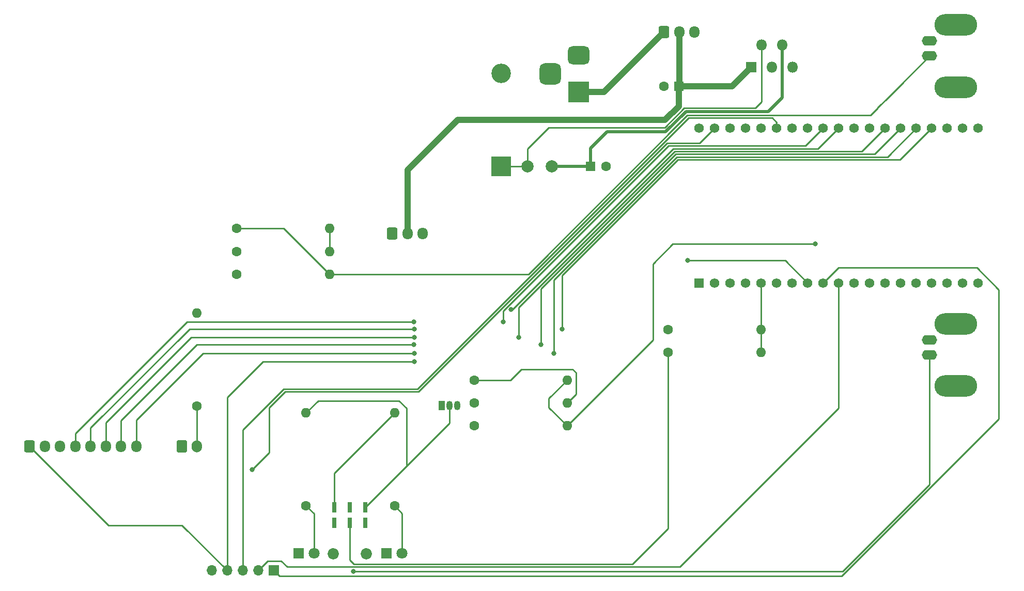
<source format=gbr>
%TF.GenerationSoftware,KiCad,Pcbnew,(6.0.4)*%
%TF.CreationDate,2024-02-20T18:27:15+01:00*%
%TF.ProjectId,OpenSpritzer2,4f70656e-5370-4726-9974-7a6572322e6b,rev?*%
%TF.SameCoordinates,Original*%
%TF.FileFunction,Copper,L1,Top*%
%TF.FilePolarity,Positive*%
%FSLAX46Y46*%
G04 Gerber Fmt 4.6, Leading zero omitted, Abs format (unit mm)*
G04 Created by KiCad (PCBNEW (6.0.4)) date 2024-02-20 18:27:15*
%MOMM*%
%LPD*%
G01*
G04 APERTURE LIST*
G04 Aperture macros list*
%AMRoundRect*
0 Rectangle with rounded corners*
0 $1 Rounding radius*
0 $2 $3 $4 $5 $6 $7 $8 $9 X,Y pos of 4 corners*
0 Add a 4 corners polygon primitive as box body*
4,1,4,$2,$3,$4,$5,$6,$7,$8,$9,$2,$3,0*
0 Add four circle primitives for the rounded corners*
1,1,$1+$1,$2,$3*
1,1,$1+$1,$4,$5*
1,1,$1+$1,$6,$7*
1,1,$1+$1,$8,$9*
0 Add four rect primitives between the rounded corners*
20,1,$1+$1,$2,$3,$4,$5,0*
20,1,$1+$1,$4,$5,$6,$7,0*
20,1,$1+$1,$6,$7,$8,$9,0*
20,1,$1+$1,$8,$9,$2,$3,0*%
G04 Aperture macros list end*
%TA.AperFunction,ComponentPad*%
%ADD10C,1.600000*%
%TD*%
%TA.AperFunction,ComponentPad*%
%ADD11O,1.600000X1.600000*%
%TD*%
%TA.AperFunction,ComponentPad*%
%ADD12O,1.050000X1.500000*%
%TD*%
%TA.AperFunction,ComponentPad*%
%ADD13R,1.050000X1.500000*%
%TD*%
%TA.AperFunction,ComponentPad*%
%ADD14RoundRect,0.250000X-0.600000X-0.725000X0.600000X-0.725000X0.600000X0.725000X-0.600000X0.725000X0*%
%TD*%
%TA.AperFunction,ComponentPad*%
%ADD15O,1.700000X1.950000*%
%TD*%
%TA.AperFunction,ComponentPad*%
%ADD16RoundRect,0.250000X-0.600000X-0.750000X0.600000X-0.750000X0.600000X0.750000X-0.600000X0.750000X0*%
%TD*%
%TA.AperFunction,ComponentPad*%
%ADD17O,1.700000X2.000000*%
%TD*%
%TA.AperFunction,ComponentPad*%
%ADD18R,1.700000X1.700000*%
%TD*%
%TA.AperFunction,ComponentPad*%
%ADD19O,1.700000X1.700000*%
%TD*%
%TA.AperFunction,ComponentPad*%
%ADD20R,1.800000X1.800000*%
%TD*%
%TA.AperFunction,ComponentPad*%
%ADD21C,1.800000*%
%TD*%
%TA.AperFunction,ComponentPad*%
%ADD22O,2.499360X1.600200*%
%TD*%
%TA.AperFunction,ComponentPad*%
%ADD23O,7.000240X3.500120*%
%TD*%
%TA.AperFunction,ComponentPad*%
%ADD24R,1.560000X1.560000*%
%TD*%
%TA.AperFunction,ComponentPad*%
%ADD25C,1.560000*%
%TD*%
%TA.AperFunction,ComponentPad*%
%ADD26O,1.800000X1.800000*%
%TD*%
%TA.AperFunction,ComponentPad*%
%ADD27C,2.000000*%
%TD*%
%TA.AperFunction,ComponentPad*%
%ADD28C,1.850000*%
%TD*%
%TA.AperFunction,ComponentPad*%
%ADD29R,0.750000X1.750000*%
%TD*%
%TA.AperFunction,ComponentPad*%
%ADD30R,3.200000X3.200000*%
%TD*%
%TA.AperFunction,ComponentPad*%
%ADD31O,3.200000X3.200000*%
%TD*%
%TA.AperFunction,ComponentPad*%
%ADD32R,1.600000X1.600000*%
%TD*%
%TA.AperFunction,ComponentPad*%
%ADD33R,3.500000X3.500000*%
%TD*%
%TA.AperFunction,ComponentPad*%
%ADD34RoundRect,0.750000X-1.000000X0.750000X-1.000000X-0.750000X1.000000X-0.750000X1.000000X0.750000X0*%
%TD*%
%TA.AperFunction,ComponentPad*%
%ADD35RoundRect,0.875000X-0.875000X0.875000X-0.875000X-0.875000X0.875000X-0.875000X0.875000X0.875000X0*%
%TD*%
%TA.AperFunction,ViaPad*%
%ADD36C,0.800000*%
%TD*%
%TA.AperFunction,Conductor*%
%ADD37C,0.250000*%
%TD*%
%TA.AperFunction,Conductor*%
%ADD38C,1.000000*%
%TD*%
%TA.AperFunction,Conductor*%
%ADD39C,0.500000*%
%TD*%
G04 APERTURE END LIST*
D10*
%TO.P,R11,1*%
%TO.N,Net-(J3-Pad1)*%
X53900000Y-36275000D03*
D11*
%TO.P,R11,2*%
%TO.N,TTL*%
X69140000Y-36275000D03*
%TD*%
D10*
%TO.P,R10,1*%
%TO.N,GNDREF*%
X53900000Y-40025000D03*
D11*
%TO.P,R10,2*%
%TO.N,TTL*%
X69140000Y-40025000D03*
%TD*%
D10*
%TO.P,R9,1*%
%TO.N,GNDREF*%
X53900000Y-43750000D03*
D11*
%TO.P,R9,2*%
%TO.N,Net-(J3-Pad1)*%
X69140000Y-43750000D03*
%TD*%
D10*
%TO.P,R8,1*%
%TO.N,GNDREF*%
X92850000Y-64875000D03*
D11*
%TO.P,R8,2*%
%TO.N,Net-(R6-Pad1)*%
X108090000Y-64875000D03*
%TD*%
D10*
%TO.P,R7,1*%
%TO.N,GNDREF*%
X92850000Y-68600000D03*
D11*
%TO.P,R7,2*%
%TO.N,TTL_Screen*%
X108090000Y-68600000D03*
%TD*%
D10*
%TO.P,R6,1*%
%TO.N,Net-(R6-Pad1)*%
X92850000Y-61125000D03*
D11*
%TO.P,R6,2*%
%TO.N,TTL_Screen*%
X108090000Y-61125000D03*
%TD*%
D10*
%TO.P,R5,1*%
%TO.N,Net-(D4-Pad2)*%
X47450000Y-65350000D03*
D11*
%TO.P,R5,2*%
%TO.N,SpritzLED*%
X47450000Y-50110000D03*
%TD*%
D10*
%TO.P,R4,1*%
%TO.N,GNDREF*%
X124650000Y-52825000D03*
D11*
%TO.P,R4,2*%
%TO.N,Pedal*%
X139890000Y-52825000D03*
%TD*%
D10*
%TO.P,R3,1*%
%TO.N,Net-(R3-Pad1)*%
X124655000Y-56575000D03*
D11*
%TO.P,R3,2*%
%TO.N,Pedal*%
X139895000Y-56575000D03*
%TD*%
D10*
%TO.P,R2,1*%
%TO.N,Net-(D3-Pad2)*%
X65300000Y-81720000D03*
D11*
%TO.P,R2,2*%
%TO.N,Net-(R2-Pad2)*%
X65300000Y-66480000D03*
%TD*%
D10*
%TO.P,R1,1*%
%TO.N,Net-(D2-Pad2)*%
X79800000Y-81745000D03*
D11*
%TO.P,R1,2*%
%TO.N,Net-(R1-Pad2)*%
X79800000Y-66505000D03*
%TD*%
D12*
%TO.P,Q1,3,C*%
%TO.N,VCC 5V*%
X90070000Y-65285000D03*
%TO.P,Q1,2,B*%
%TO.N,Net-(R2-Pad2)*%
X88800000Y-65285000D03*
D13*
%TO.P,Q1,1,E*%
%TO.N,Net-(R6-Pad1)*%
X87530000Y-65285000D03*
%TD*%
D14*
%TO.P,U3,1,VCC*%
%TO.N,3.3V*%
X20000000Y-72000000D03*
D15*
%TO.P,U3,2,GND*%
%TO.N,GNDREF*%
X22500000Y-72000000D03*
%TO.P,U3,3,DIN*%
%TO.N,Screen_DIN*%
X25000000Y-72000000D03*
%TO.P,U3,4,CLK*%
%TO.N,Screen_CLK*%
X27500000Y-72000000D03*
%TO.P,U3,5,CS*%
%TO.N,Screen_CS*%
X30000000Y-72000000D03*
%TO.P,U3,6,DC*%
%TO.N,Screen_DC*%
X32500000Y-72000000D03*
%TO.P,U3,7,RST*%
%TO.N,Screen_RST*%
X35000000Y-72000000D03*
%TO.P,U3,8,BL*%
%TO.N,Screen_BL*%
X37500000Y-72000000D03*
%TD*%
D16*
%TO.P,D4,1,K*%
%TO.N,GNDREF*%
X44950000Y-72000000D03*
D17*
%TO.P,D4,2,A*%
%TO.N,Net-(D4-Pad2)*%
X47450000Y-72000000D03*
%TD*%
D14*
%TO.P,J4,1,Pin_1*%
%TO.N,GNDREF*%
X79450000Y-37125000D03*
D15*
%TO.P,J4,2,Pin_2*%
%TO.N,Vin 24V*%
X81950000Y-37125000D03*
%TO.P,J4,3,Pin_3*%
%TO.N,Solenoid*%
X84450000Y-37125000D03*
%TD*%
D18*
%TO.P,SW3,1,A*%
%TO.N,Rotary_CLK*%
X60000000Y-92300000D03*
D19*
%TO.P,SW3,2,C*%
%TO.N,Rotary_DT*%
X57460000Y-92300000D03*
%TO.P,SW3,3,B*%
%TO.N,Rotary_SW*%
X54920000Y-92300000D03*
%TO.P,SW3,4,S1*%
%TO.N,3.3V*%
X52380000Y-92300000D03*
%TO.P,SW3,5,S2*%
%TO.N,GNDREF*%
X49840000Y-92300000D03*
%TD*%
D20*
%TO.P,D2,1,K*%
%TO.N,GNDREF*%
X78500000Y-89500000D03*
D21*
%TO.P,D2,2,A*%
%TO.N,Net-(D2-Pad2)*%
X81040000Y-89500000D03*
%TD*%
D22*
%TO.P,J2,1,In*%
%TO.N,Net-(J2-Pad1)*%
X167498740Y-57000000D03*
D23*
%TO.P,J2,2,Ext*%
%TO.N,GNDREF*%
X171763400Y-51902220D03*
X171763400Y-62100320D03*
D22*
X167498740Y-54500640D03*
%TD*%
D24*
%TO.P,U1,1,3V3*%
%TO.N,3.3V*%
X129740000Y-45200000D03*
D25*
%TO.P,U1,2,EN*%
%TO.N,unconnected-(U1-Pad2)*%
X132280000Y-45200000D03*
%TO.P,U1,3,SENSOR_VP*%
%TO.N,unconnected-(U1-Pad3)*%
X134820000Y-45200000D03*
%TO.P,U1,4,SENSOR_VN*%
%TO.N,unconnected-(U1-Pad4)*%
X137360000Y-45200000D03*
%TO.P,U1,5,IO34*%
%TO.N,Pedal*%
X139900000Y-45200000D03*
%TO.P,U1,6,IO35*%
%TO.N,unconnected-(U1-Pad6)*%
X142440000Y-45200000D03*
%TO.P,U1,7,IO32*%
%TO.N,Solenoid*%
X144980000Y-45200000D03*
%TO.P,U1,8,IO33*%
%TO.N,SpritzLED*%
X147520000Y-45200000D03*
%TO.P,U1,9,IO25*%
%TO.N,Rotary_CLK*%
X150060000Y-45200000D03*
%TO.P,U1,10,IO26*%
%TO.N,Rotary_DT*%
X152600000Y-45200000D03*
%TO.P,U1,11,IO27*%
%TO.N,TTL_Screen*%
X155140000Y-45200000D03*
%TO.P,U1,12,IO14*%
%TO.N,unconnected-(U1-Pad12)*%
X157680000Y-45200000D03*
%TO.P,U1,13,IO12*%
%TO.N,unconnected-(U1-Pad13)*%
X160220000Y-45200000D03*
%TO.P,U1,14,GND1*%
%TO.N,GNDREF*%
X162760000Y-45200000D03*
%TO.P,U1,15,IO13*%
%TO.N,unconnected-(U1-Pad15)*%
X165300000Y-45200000D03*
%TO.P,U1,16,SD2*%
%TO.N,unconnected-(U1-Pad16)*%
X167840000Y-45200000D03*
%TO.P,U1,17,SD3*%
%TO.N,unconnected-(U1-Pad17)*%
X170380000Y-45200000D03*
%TO.P,U1,18,CMD*%
%TO.N,unconnected-(U1-Pad18)*%
X172920000Y-45200000D03*
%TO.P,U1,19,EXT_5V*%
%TO.N,VCC 5V*%
X175460000Y-45200000D03*
%TO.P,U1,20,GND3*%
%TO.N,GNDREF*%
X129740000Y-19800000D03*
%TO.P,U1,21,IO23*%
%TO.N,Screen_DIN*%
X132280000Y-19800000D03*
%TO.P,U1,22,IO22*%
%TO.N,unconnected-(U1-Pad22)*%
X134820000Y-19800000D03*
%TO.P,U1,23,TXD0*%
%TO.N,unconnected-(U1-Pad23)*%
X137360000Y-19800000D03*
%TO.P,U1,24,RXD0*%
%TO.N,unconnected-(U1-Pad24)*%
X139900000Y-19800000D03*
%TO.P,U1,25,IO21*%
%TO.N,Rotary_SW*%
X142440000Y-19800000D03*
%TO.P,U1,26,GND2*%
%TO.N,GNDREF*%
X144980000Y-19800000D03*
%TO.P,U1,27,IO19*%
%TO.N,unconnected-(U1-Pad27)*%
X147520000Y-19800000D03*
%TO.P,U1,28,IO18*%
%TO.N,Screen_CLK*%
X150060000Y-19800000D03*
%TO.P,U1,29,IO5*%
%TO.N,TTL*%
X152600000Y-19800000D03*
%TO.P,U1,30,IO17*%
%TO.N,unconnected-(U1-Pad30)*%
X155140000Y-19800000D03*
%TO.P,U1,31,IO16*%
%TO.N,unconnected-(U1-Pad31)*%
X157680000Y-19800000D03*
%TO.P,U1,32,IO4*%
%TO.N,Screen_DC*%
X160220000Y-19800000D03*
%TO.P,U1,33,IO0*%
%TO.N,Screen_RST*%
X162760000Y-19800000D03*
%TO.P,U1,34,IO2*%
%TO.N,Screen_BL*%
X165300000Y-19800000D03*
%TO.P,U1,35,IO15*%
%TO.N,Screen_CS*%
X167840000Y-19800000D03*
%TO.P,U1,36,SD1*%
%TO.N,unconnected-(U1-Pad36)*%
X170380000Y-19800000D03*
%TO.P,U1,37,SD0*%
%TO.N,unconnected-(U1-Pad37)*%
X172920000Y-19800000D03*
%TO.P,U1,38,CLK*%
%TO.N,unconnected-(U1-Pad38)*%
X175460000Y-19800000D03*
%TD*%
D20*
%TO.P,U2,1,VIN*%
%TO.N,Vin 24V*%
X138250000Y-9850000D03*
D26*
%TO.P,U2,2,OUT*%
%TO.N,Net-(D1-Pad1)*%
X139950000Y-6150000D03*
%TO.P,U2,3,GND*%
%TO.N,GNDREF*%
X141650000Y-9850000D03*
%TO.P,U2,4,FB*%
%TO.N,VCC 5V*%
X143350000Y-6150000D03*
%TO.P,U2,5,~{ON}/OFF*%
%TO.N,GNDREF*%
X145050000Y-9850000D03*
%TD*%
D22*
%TO.P,J3,1,In*%
%TO.N,Net-(J3-Pad1)*%
X167498740Y-8000000D03*
D23*
%TO.P,J3,2,Ext*%
%TO.N,GNDREF*%
X171763400Y-2902220D03*
D22*
X167498740Y-5500640D03*
D23*
X171763400Y-13100320D03*
%TD*%
D14*
%TO.P,SW1,1,1*%
%TO.N,Net-(J1-Pad1)*%
X123950000Y-4050000D03*
D15*
%TO.P,SW1,2,2*%
%TO.N,Vin 24V*%
X126450000Y-4050000D03*
%TO.P,SW1,3,K*%
%TO.N,GNDREF*%
X128950000Y-4050000D03*
%TD*%
D27*
%TO.P,L1,1,1*%
%TO.N,Net-(D1-Pad1)*%
X101600000Y-26100000D03*
%TO.P,L1,2,2*%
%TO.N,VCC 5V*%
X105600000Y-26100000D03*
%TD*%
D20*
%TO.P,D3,1,K*%
%TO.N,GNDREF*%
X64050000Y-89500000D03*
D21*
%TO.P,D3,2,A*%
%TO.N,Net-(D3-Pad2)*%
X66590000Y-89500000D03*
%TD*%
D28*
%TO.P,SW2,*%
%TO.N,*%
X69800000Y-89550000D03*
X75200000Y-89550000D03*
D29*
%TO.P,SW2,1,A*%
%TO.N,Net-(R1-Pad2)*%
X69960000Y-81930000D03*
%TO.P,SW2,2,B*%
%TO.N,VCC 5V*%
X72500000Y-81930000D03*
%TO.P,SW2,3,C*%
%TO.N,Net-(R2-Pad2)*%
X75040000Y-81930000D03*
%TO.P,SW2,4,A*%
%TO.N,Net-(J2-Pad1)*%
X69960000Y-84470000D03*
%TO.P,SW2,5,B*%
%TO.N,Net-(R3-Pad1)*%
X72500000Y-84470000D03*
%TO.P,SW2,6,C*%
%TO.N,unconnected-(SW2-Pad6)*%
X75040000Y-84470000D03*
%TD*%
D30*
%TO.P,D1,1,K*%
%TO.N,Net-(D1-Pad1)*%
X97250000Y-26120000D03*
D31*
%TO.P,D1,2,A*%
%TO.N,GNDREF*%
X97250000Y-10880000D03*
%TD*%
D32*
%TO.P,C1,1*%
%TO.N,Vin 24V*%
X126432380Y-13000000D03*
D10*
%TO.P,C1,2*%
%TO.N,GNDREF*%
X123932380Y-13000000D03*
%TD*%
D32*
%TO.P,C2,1*%
%TO.N,VCC 5V*%
X111967621Y-26100000D03*
D10*
%TO.P,C2,2*%
%TO.N,GNDREF*%
X114467621Y-26100000D03*
%TD*%
D33*
%TO.P,J1,1*%
%TO.N,Net-(J1-Pad1)*%
X110000000Y-13900000D03*
D34*
%TO.P,J1,2*%
%TO.N,GNDREF*%
X110000000Y-7900000D03*
D35*
%TO.P,J1,3*%
X105300000Y-10900000D03*
%TD*%
D36*
%TO.N,SpritzLED*%
X127825000Y-41500000D03*
%TO.N,TTL*%
X98850000Y-49575000D03*
%TO.N,Screen_DIN*%
X56450000Y-75800000D03*
%TO.N,3.3V*%
X83075000Y-58050000D03*
%TO.N,TTL_Screen*%
X148775000Y-38825000D03*
%TO.N,Net-(J2-Pad1)*%
X73100000Y-92450000D03*
%TO.N,Screen_CLK*%
X83000000Y-51550000D03*
X97600000Y-51550000D03*
%TO.N,Screen_DC*%
X83050000Y-54150000D03*
X100150000Y-54150000D03*
%TO.N,Screen_RST*%
X83000000Y-55300000D03*
X103800000Y-55300000D03*
%TO.N,Screen_BL*%
X83050000Y-56700000D03*
X105900000Y-56700000D03*
%TO.N,Screen_CS*%
X83050000Y-52750000D03*
X107300000Y-52750000D03*
%TD*%
D37*
%TO.N,SpritzLED*%
X143820000Y-41500000D02*
X147520000Y-45200000D01*
X127825000Y-41500000D02*
X143820000Y-41500000D01*
D38*
%TO.N,Vin 24V*%
X90150000Y-18500000D02*
X124158952Y-18500000D01*
X81950000Y-26700000D02*
X90150000Y-18500000D01*
X124158952Y-18500000D02*
X126432380Y-16226572D01*
X126432380Y-16226572D02*
X126432380Y-13000000D01*
X81950000Y-37125000D02*
X81950000Y-26700000D01*
D37*
%TO.N,Net-(D1-Pad1)*%
X139950000Y-15525000D02*
X139950000Y-6150000D01*
X138923560Y-16551440D02*
X139950000Y-15525000D01*
X127273560Y-16551440D02*
X138923560Y-16551440D01*
X124125000Y-19700000D02*
X127273560Y-16551440D01*
X105100000Y-19700000D02*
X124125000Y-19700000D01*
X101600000Y-23200000D02*
X105100000Y-19700000D01*
X101600000Y-26100000D02*
X101600000Y-23200000D01*
D39*
%TO.N,VCC 5V*%
X143350000Y-14850000D02*
X143350000Y-6150000D01*
X141074040Y-17125960D02*
X143350000Y-14850000D01*
X127554779Y-17125960D02*
X141074040Y-17125960D01*
X124230738Y-20450000D02*
X127554779Y-17125960D01*
X114600000Y-20450000D02*
X124230738Y-20450000D01*
X111967621Y-23082379D02*
X114600000Y-20450000D01*
X111967621Y-26100000D02*
X111967621Y-23082379D01*
D37*
%TO.N,Rotary_SW*%
X54920000Y-69294282D02*
X54920000Y-92300000D01*
X61664282Y-62550000D02*
X54920000Y-69294282D01*
X141700000Y-18150000D02*
X127978950Y-18150000D01*
X127978950Y-18150000D02*
X83578951Y-62550000D01*
X83578951Y-62550000D02*
X61664282Y-62550000D01*
X142440000Y-19800000D02*
X142440000Y-18890000D01*
X142440000Y-18890000D02*
X141700000Y-18150000D01*
%TO.N,Net-(J3-Pad1)*%
X101743232Y-43750000D02*
X69140000Y-43750000D01*
X127792752Y-17700480D02*
X101743232Y-43750000D01*
X157798260Y-17700480D02*
X127792752Y-17700480D01*
X159211870Y-16286870D02*
X157798260Y-17700480D01*
X159211870Y-16286870D02*
X158923740Y-16575000D01*
X162536870Y-12961870D02*
X159211870Y-16286870D01*
X158923740Y-16575000D02*
X157798260Y-17700480D01*
X162536870Y-12961870D02*
X167498740Y-8000000D01*
X160248740Y-15250000D02*
X162536870Y-12961870D01*
%TO.N,Screen_DIN*%
X124484189Y-22280480D02*
X83765149Y-62999520D01*
X83765149Y-62999520D02*
X61850480Y-62999520D01*
X59225000Y-73025000D02*
X56450000Y-75800000D01*
X129799520Y-22280480D02*
X124484189Y-22280480D01*
X61850480Y-62999520D02*
X59225000Y-65625000D01*
X59225000Y-65625000D02*
X59225000Y-73025000D01*
X132280000Y-19800000D02*
X129799520Y-22280480D01*
%TO.N,Screen_CLK*%
X147130000Y-22730000D02*
X150060000Y-19800000D01*
X124670386Y-22730000D02*
X147130000Y-22730000D01*
X97600000Y-51550000D02*
X97600000Y-49800386D01*
X97600000Y-49800386D02*
X124670386Y-22730000D01*
%TO.N,TTL*%
X99107128Y-49575000D02*
X98850000Y-49575000D01*
X125502608Y-23179520D02*
X99107128Y-49575000D01*
X149220480Y-23179520D02*
X125502608Y-23179520D01*
X152600000Y-19800000D02*
X149220480Y-23179520D01*
%TO.N,Screen_DC*%
X100150000Y-49167846D02*
X100150000Y-49525000D01*
X126654040Y-23629040D02*
X125688806Y-23629040D01*
X100150000Y-54150000D02*
X100150000Y-49525000D01*
X125688806Y-23629040D02*
X100150000Y-49167846D01*
X126654040Y-23629040D02*
X156390960Y-23629040D01*
%TO.N,Screen_RST*%
X125875004Y-24078560D02*
X103800000Y-46153564D01*
X158481440Y-24078560D02*
X125875004Y-24078560D01*
X162760000Y-19800000D02*
X158481440Y-24078560D01*
X103800000Y-46153564D02*
X103800000Y-55300000D01*
%TO.N,Screen_BL*%
X105900000Y-44689282D02*
X105900000Y-56700000D01*
X160571920Y-24528080D02*
X126061202Y-24528080D01*
X126061202Y-24528080D02*
X105900000Y-44689282D01*
X165300000Y-19800000D02*
X160571920Y-24528080D01*
%TO.N,Screen_CS*%
X126247400Y-24977600D02*
X107300000Y-43925000D01*
X107300000Y-43925000D02*
X107300000Y-52750000D01*
X167840000Y-19800000D02*
X162662400Y-24977600D01*
X162662400Y-24977600D02*
X126247400Y-24977600D01*
%TO.N,Net-(J2-Pad1)*%
X167498740Y-78201260D02*
X167498740Y-57000000D01*
%TO.N,Screen_DC*%
X156390960Y-23629040D02*
X160220000Y-19800000D01*
%TO.N,3.3V*%
X52380000Y-92300000D02*
X52380000Y-63920000D01*
X52380000Y-63920000D02*
X58250000Y-58050000D01*
X58250000Y-58050000D02*
X83075000Y-58050000D01*
%TO.N,Net-(J3-Pad1)*%
X53900000Y-36275000D02*
X61665000Y-36275000D01*
X61665000Y-36275000D02*
X69140000Y-43750000D01*
%TO.N,TTL*%
X69140000Y-36275000D02*
X69140000Y-40025000D01*
%TO.N,TTL_Screen*%
X125425000Y-38825000D02*
X148775000Y-38825000D01*
X122150000Y-42100000D02*
X125425000Y-38825000D01*
X122150000Y-54540000D02*
X122150000Y-42100000D01*
X108090000Y-68600000D02*
X122150000Y-54540000D01*
%TO.N,Net-(R3-Pad1)*%
X124655000Y-56575000D02*
X124655000Y-85395000D01*
X123700000Y-86350000D02*
X124630000Y-85420000D01*
X118800000Y-91250000D02*
X123700000Y-86350000D01*
X124655000Y-85395000D02*
X123700000Y-86350000D01*
%TO.N,Pedal*%
X139890000Y-52825000D02*
X139890000Y-56570000D01*
X139890000Y-56570000D02*
X139895000Y-56575000D01*
X139900000Y-45200000D02*
X139900000Y-52815000D01*
X139900000Y-52815000D02*
X139890000Y-52825000D01*
%TO.N,Net-(R2-Pad2)*%
X88800000Y-68170000D02*
X81122500Y-75847500D01*
X81122500Y-75847500D02*
X75040000Y-81930000D01*
X88800000Y-65285000D02*
X88800000Y-68170000D01*
X81775000Y-75195000D02*
X81122500Y-75847500D01*
%TO.N,Net-(R6-Pad1)*%
X109525000Y-63440000D02*
X108090000Y-64875000D01*
X109000000Y-59325000D02*
X109525000Y-59850000D01*
X109525000Y-59850000D02*
X109525000Y-63440000D01*
X100575000Y-59325000D02*
X109000000Y-59325000D01*
X98775000Y-61125000D02*
X100575000Y-59325000D01*
X92850000Y-61125000D02*
X98775000Y-61125000D01*
%TO.N,TTL_Screen*%
X105100000Y-64115000D02*
X108090000Y-61125000D01*
X105100000Y-65610000D02*
X105100000Y-64115000D01*
X108090000Y-68600000D02*
X105100000Y-65610000D01*
%TO.N,Net-(R2-Pad2)*%
X80550000Y-64500000D02*
X81775000Y-65725000D01*
X81775000Y-65725000D02*
X81775000Y-75195000D01*
X67280000Y-64500000D02*
X80550000Y-64500000D01*
X65300000Y-66480000D02*
X67280000Y-64500000D01*
%TO.N,Net-(R1-Pad2)*%
X69960000Y-76345000D02*
X79800000Y-66505000D01*
X69960000Y-81930000D02*
X69960000Y-76345000D01*
%TO.N,Net-(D3-Pad2)*%
X66590000Y-83010000D02*
X65300000Y-81720000D01*
X66590000Y-89500000D02*
X66590000Y-83010000D01*
%TO.N,Net-(D2-Pad2)*%
X81040000Y-89500000D02*
X81040000Y-82985000D01*
X81040000Y-82985000D02*
X79800000Y-81745000D01*
%TO.N,Net-(D4-Pad2)*%
X47450000Y-65350000D02*
X47450000Y-72000000D01*
D38*
%TO.N,Vin 24V*%
X126450000Y-4050000D02*
X126450000Y-12982380D01*
X135100000Y-13000000D02*
X138250000Y-9850000D01*
D37*
X126450000Y-12982380D02*
X126432380Y-13000000D01*
D38*
X126432380Y-13000000D02*
X135100000Y-13000000D01*
D39*
%TO.N,VCC 5V*%
X105600000Y-26100000D02*
X111967621Y-26100000D01*
D38*
%TO.N,Net-(J1-Pad1)*%
X110000000Y-13900000D02*
X114100000Y-13900000D01*
X114100000Y-13900000D02*
X123950000Y-4050000D01*
D37*
%TO.N,Net-(D1-Pad1)*%
X101580000Y-26120000D02*
X101600000Y-26100000D01*
X97250000Y-26120000D02*
X101580000Y-26120000D01*
%TO.N,Net-(R3-Pad1)*%
X72500000Y-84470000D02*
X72500000Y-90614282D01*
X124630000Y-85420000D02*
X124630000Y-58900000D01*
X73135718Y-91250000D02*
X118800000Y-91250000D01*
X72500000Y-90614282D02*
X73135718Y-91250000D01*
%TO.N,Pedal*%
X139870000Y-45230000D02*
X139900000Y-45200000D01*
%TO.N,3.3V*%
X32900000Y-84900000D02*
X44980000Y-84900000D01*
X44980000Y-84900000D02*
X52380000Y-92300000D01*
X20000000Y-72000000D02*
X32900000Y-84900000D01*
%TO.N,Net-(J2-Pad1)*%
X153250000Y-92450000D02*
X153800000Y-91900000D01*
X73100000Y-92450000D02*
X153250000Y-92450000D01*
X153800000Y-91900000D02*
X167498740Y-78201260D01*
%TO.N,Rotary_DT*%
X152600000Y-45200000D02*
X152600000Y-65700000D01*
X59010000Y-90750000D02*
X57460000Y-92300000D01*
X126600480Y-91699520D02*
X62199520Y-91699520D01*
X152600000Y-65700000D02*
X126600480Y-91699520D01*
X61250000Y-90750000D02*
X59010000Y-90750000D01*
X62199520Y-91699520D02*
X61250000Y-90750000D01*
%TO.N,Rotary_CLK*%
X60000000Y-92300000D02*
X60949520Y-93249520D01*
X178850000Y-46300000D02*
X178850000Y-52000000D01*
X178850000Y-67500000D02*
X178850000Y-52000000D01*
X152560000Y-42700000D02*
X175250000Y-42700000D01*
X175250000Y-42700000D02*
X178850000Y-46300000D01*
X60949520Y-93249520D02*
X153100480Y-93249520D01*
X153100480Y-93249520D02*
X178850000Y-67500000D01*
X150060000Y-45200000D02*
X152560000Y-42700000D01*
%TO.N,Screen_CLK*%
X27500000Y-72000000D02*
X27500000Y-69850000D01*
X45800000Y-51550000D02*
X83000000Y-51550000D01*
X27500000Y-69850000D02*
X45800000Y-51550000D01*
%TO.N,Screen_DC*%
X46450000Y-54150000D02*
X83050000Y-54150000D01*
X32500000Y-68100000D02*
X46450000Y-54150000D01*
X32500000Y-72000000D02*
X32500000Y-68100000D01*
%TO.N,Screen_RST*%
X35000000Y-72000000D02*
X35000000Y-67750000D01*
X47450000Y-55300000D02*
X83000000Y-55300000D01*
X35000000Y-67750000D02*
X47450000Y-55300000D01*
%TO.N,Screen_BL*%
X37500000Y-67650000D02*
X48450000Y-56700000D01*
X37500000Y-72000000D02*
X37500000Y-67650000D01*
X48450000Y-56700000D02*
X83050000Y-56700000D01*
%TO.N,Screen_CS*%
X46200000Y-52750000D02*
X83050000Y-52750000D01*
X30000000Y-68950000D02*
X46200000Y-52750000D01*
X30000000Y-72000000D02*
X30000000Y-68950000D01*
%TD*%
M02*

</source>
